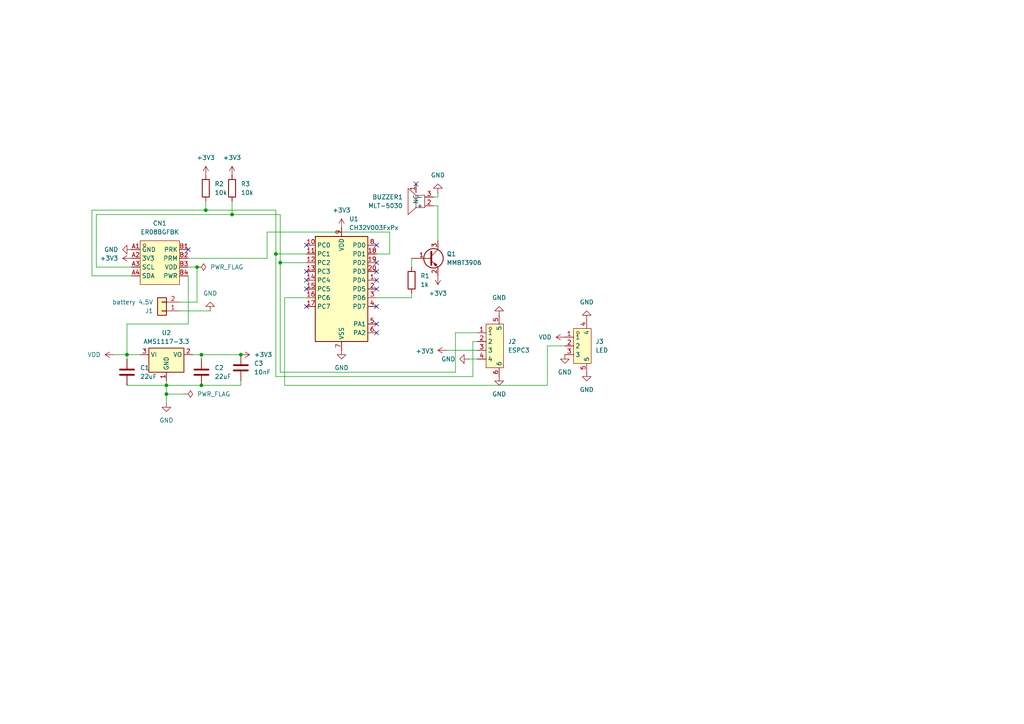
<source format=kicad_sch>
(kicad_sch (version 20231120) (generator "eeschema") (generator_version "8.0")
  (paper "A4")
  (lib_symbols
    (symbol "BSides2025:ER08BGFBK"
      (property "Reference" "CN" (at 1.27 8.89 0))
      (property "Value" "ER08BGFBK" (at 2.54 -8.89 0))
      (symbol "ER08BGFBK_0_1"
        (rectangle (start -3.81 6.35) (end 7.62 -6.35) (fill (type background)))
        (circle (center -2.54 5.08) (radius 0.38))
      )
      (symbol "ER08BGFBK_1_1"
        (pin power_in line (at -6.35 3.81 0) (length 2.54) (name "GND") (number "A1"))
        (pin power_in line (at -6.35 1.27 0) (length 2.54) (name "3V3") (number "A2"))
        (pin bidirectional line (at -6.35 -1.27 0) (length 2.54) (name "SCL") (number "A3"))
        (pin bidirectional line (at -6.35 -3.81 0) (length 2.54) (name "SDA") (number "A4"))
        (pin input line (at 10.16 3.81 180) (length 2.54) (name "PRK") (number "B1"))
        (pin bidirectional line (at 10.16 1.27 180) (length 2.54) (name "PRM") (number "B2"))
        (pin power_in line (at 10.16 -1.27 180) (length 2.54) (name "VDD") (number "B3"))
        (pin power_out line (at 10.16 -3.81 180) (length 2.54) (name "PWR") (number "B4"))
      )
    )
    (symbol "BSides2025:MLT-5030"
      (property "Reference" "BUZZER" (at 0 6.35 0))
      (property "Value" "MLT-5030" (at 0 -10.16 0))
      (symbol "MLT-5030_0_1"
        (polyline (pts (xy -1.27 -1.78) (xy 1.27 -1.78)))
        (polyline (pts (xy -1.27 1.78) (xy -1.27 -1.78)))
        (polyline (pts (xy -1.27 1.78) (xy 1.27 1.78)))
        (polyline (pts (xy 1.27 -1.78) (xy 3.56 -3.81)))
        (polyline (pts (xy 1.27 1.78) (xy 1.27 -1.78)))
        (polyline (pts (xy 3.56 3.81) (xy 1.27 1.78)))
        (polyline (pts (xy 3.56 3.81) (xy 3.56 -3.81)))
        (pin unspecified line (at 1.27 -5.08 90) (length 2.54) (name "NC") (number "1"))
        (pin unspecified line (at -3.81 1.27 0) (length 2.54) (name "+") (number "2"))
        (pin unspecified line (at -3.81 -1.27 0) (length 2.54) (name "-") (number "3"))
      )
    )
    (symbol "BSides2025:WAFER-SH1.0-3PWB"
      (property "Reference" "U" (at 0 15.24 0))
      (property "Value" "WAFER-SH1.0-3PWB" (at 0 -10.16 0))
      (symbol "WAFER-SH1.0-3PWB_0_1"
        (rectangle (start -2.54 7.62) (end 2.54 -2.54) (fill (type background)))
        (circle (center -1.27 6.35) (radius 0.38))
        (pin unspecified line (at -5.08 5.08 0) (length 2.54) (name "1") (number "1"))
        (pin unspecified line (at -5.08 2.54 0) (length 2.54) (name "2") (number "2"))
        (pin unspecified line (at -5.08 0 0) (length 2.54) (name "3") (number "3"))
        (pin unspecified line (at 1.27 10.16 270) (length 2.54) (name "4") (number "4"))
        (pin unspecified line (at 1.27 -5.08 90) (length 2.54) (name "5") (number "5"))
      )
    )
    (symbol "BSides2025:WAFER-SH1.0-4PWB"
      (property "Reference" "CN" (at 0 13.97 0))
      (property "Value" "WAFER-SH1.0-4PWB" (at 0 -13.97 0))
      (symbol "WAFER-SH1.0-4PWB_0_1"
        (rectangle (start -1.27 6.35) (end 3.81 -6.35) (fill (type background)))
        (circle (center 0 5.08) (radius 0.38))
        (pin unspecified line (at -3.81 3.81 0) (length 2.54) (name "1") (number "1"))
        (pin unspecified line (at -3.81 1.27 0) (length 2.54) (name "2") (number "2"))
        (pin unspecified line (at -3.81 -1.27 0) (length 2.54) (name "3") (number "3"))
        (pin unspecified line (at -3.81 -3.81 0) (length 2.54) (name "4") (number "4"))
        (pin unspecified line (at 2.54 8.89 270) (length 2.54) (name "5") (number "5"))
        (pin unspecified line (at 2.54 -8.89 90) (length 2.54) (name "6") (number "6"))
      )
    )
    (symbol "Connector_Generic:Conn_01x02" (pin_names (offset 1.016) hide)
      (property "Reference" "J" (at 0 2.54 0))
      (property "Value" "Conn_01x02" (at 0 -5.08 0))
      (symbol "Conn_01x02_1_1"
        (rectangle (start -1.27 -2.413) (end 0 -2.667) (stroke (width 0.1524)))
        (rectangle (start -1.27 0.127) (end 0 -0.127) (stroke (width 0.1524)))
        (rectangle (start -1.27 1.27) (end 1.27 -3.81) (stroke (width 0.254)) (fill (type background)))
        (pin passive line (at -5.08 0 0) (length 3.81) (name "Pin_1") (number "1"))
        (pin passive line (at -5.08 -2.54 0) (length 3.81) (name "Pin_2") (number "2"))
      )
    )
    (symbol "Device:C" (pin_numbers hide) (pin_names (offset 0.254))
      (property "Reference" "C" (at 0.635 2.54 0))
      (property "Value" "C" (at 0.635 -2.54 0))
      (symbol "C_0_1"
        (polyline (pts (xy -2.032 -0.762) (xy 2.032 -0.762)) (stroke (width 0.508)))
        (polyline (pts (xy -2.032 0.762) (xy 2.032 0.762)) (stroke (width 0.508)))
      )
      (symbol "C_1_1"
        (pin passive line (at 0 3.81 270) (length 2.794) (name "~") (number "1"))
        (pin passive line (at 0 -3.81 90) (length 2.794) (name "~") (number "2"))
      )
    )
    (symbol "Device:R" (pin_numbers hide) (pin_names (offset 0))
      (property "Reference" "R" (at 2.032 0 90))
      (property "Value" "R" (at 0 0 90))
      (symbol "R_0_1"
        (rectangle (start -1.016 -2.54) (end 1.016 2.54) (stroke (width 0.254)))
      )
      (symbol "R_1_1"
        (pin passive line (at 0 3.81 270) (length 1.27) (name "~") (number "1"))
        (pin passive line (at 0 -3.81 90) (length 1.27) (name "~") (number "2"))
      )
    )
    (symbol "MCU_WCH_CH32V0:CH32V003FxPx"
      (property "Reference" "U" (at -7.62 17.78 0))
      (property "Value" "CH32V003FxPx" (at 7.62 17.78 0))
      (symbol "CH32V003FxPx_1_1"
        (rectangle (start -7.62 15.24) (end 7.62 -15.24) (stroke (width 0.254)) (fill (type background)))
        (pin bidirectional line (at 10.16 2.54 180) (length 2.54) (name "PD4") (number "1"))
        (pin bidirectional line (at -10.16 12.7 0) (length 2.54) (name "PC0") (number "10"))
        (pin bidirectional line (at -10.16 10.16 0) (length 2.54) (name "PC1") (number "11"))
        (pin bidirectional line (at -10.16 7.62 0) (length 2.54) (name "PC2") (number "12"))
        (pin bidirectional line (at -10.16 5.08 0) (length 2.54) (name "PC3") (number "13"))
        (pin bidirectional line (at -10.16 2.54 0) (length 2.54) (name "PC4") (number "14"))
        (pin bidirectional line (at -10.16 0 0) (length 2.54) (name "PC5") (number "15"))
        (pin bidirectional line (at -10.16 -2.54 0) (length 2.54) (name "PC6") (number "16"))
        (pin bidirectional line (at -10.16 -5.08 0) (length 2.54) (name "PC7") (number "17"))
        (pin bidirectional line (at 10.16 10.16 180) (length 2.54) (name "PD1") (number "18"))
        (pin bidirectional line (at 10.16 7.62 180) (length 2.54) (name "PD2") (number "19"))
        (pin bidirectional line (at 10.16 0 180) (length 2.54) (name "PD5") (number "2"))
        (pin bidirectional line (at 10.16 5.08 180) (length 2.54) (name "PD3") (number "20"))
        (pin bidirectional line (at 10.16 -2.54 180) (length 2.54) (name "PD6") (number "3"))
        (pin bidirectional line (at 10.16 -5.08 180) (length 2.54) (name "PD7") (number "4"))
        (pin bidirectional line (at 10.16 -10.16 180) (length 2.54) (name "PA1") (number "5"))
        (pin bidirectional line (at 10.16 -12.7 180) (length 2.54) (name "PA2") (number "6"))
        (pin power_in line (at 0 -17.78 90) (length 2.54) (name "VSS") (number "7"))
        (pin bidirectional line (at 10.16 12.7 180) (length 2.54) (name "PD0") (number "8"))
        (pin power_in line (at 0 17.78 270) (length 2.54) (name "VDD") (number "9"))
      )
    )
    (symbol "Regulator_Linear:AMS1117-3.3"
      (property "Reference" "U" (at -3.81 3.175 0))
      (property "Value" "AMS1117-3.3" (at 0 3.175 0))
      (symbol "AMS1117-3.3_0_1"
        (rectangle (start -5.08 -5.08) (end 5.08 1.905) (stroke (width 0.254)) (fill (type background)))
      )
      (symbol "AMS1117-3.3_1_1"
        (pin power_in line (at 0 -7.62 90) (length 2.54) (name "GND") (number "1"))
        (pin power_out line (at 7.62 0 180) (length 2.54) (name "VO") (number "2"))
        (pin power_in line (at -7.62 0 0) (length 2.54) (name "VI") (number "3"))
      )
    )
    (symbol "Transistor_BJT:MMBT3906" (pin_names (offset 0) hide)
      (property "Reference" "Q" (at 5.08 1.905 0))
      (property "Value" "MMBT3906" (at 5.08 0 0))
      (symbol "MMBT3906_0_1"
        (polyline (pts (xy 0.635 0.635) (xy 2.54 2.54)))
        (polyline (pts (xy 0.635 -0.635) (xy 2.54 -2.54) (xy 2.54 -2.54)))
        (polyline (pts (xy 0.635 1.905) (xy 0.635 -1.905) (xy 0.635 -1.905)) (stroke (width 0.508)))
        (polyline (pts (xy 2.286 -1.778) (xy 1.778 -2.286) (xy 1.27 -1.27) (xy 2.286 -1.778) (xy 2.286 -1.778)) (fill (type outline)))
        (circle (center 1.27 0) (radius 2.8194) (stroke (width 0.254)))
      )
      (symbol "MMBT3906_1_1"
        (pin input line (at -5.08 0 0) (length 5.715) (name "B") (number "1"))
        (pin passive line (at 2.54 -5.08 90) (length 2.54) (name "E") (number "2"))
        (pin passive line (at 2.54 5.08 270) (length 2.54) (name "C") (number "3"))
      )
    )
    (symbol "power:+3V3" (power) (pin_numbers hide) (pin_names (offset 0) hide)
      (property "Value" "+3V3" (at 0 3.556 0))
      (symbol "+3V3_0_1"
        (polyline (pts (xy -0.762 1.27) (xy 0 2.54)))
        (polyline (pts (xy 0 0) (xy 0 2.54)))
        (polyline (pts (xy 0 2.54) (xy 0.762 1.27)))
      )
      (symbol "+3V3_1_1"
        (pin power_in line (at 0 0 90) (length 0) (name "~") (number "1"))
      )
    )
    (symbol "power:GND" (power) (pin_numbers hide) (pin_names (offset 0) hide)
      (property "Value" "GND" (at 0 -3.81 0))
      (symbol "GND_0_1"
        (polyline (pts (xy 0 0) (xy 0 -1.27) (xy 1.27 -1.27) (xy 0 -2.54) (xy -1.27 -1.27) (xy 0 -1.27)))
      )
      (symbol "GND_1_1"
        (pin power_in line (at 0 0 270) (length 0) (name "~") (number "1"))
      )
    )
    (symbol "power:PWR_FLAG" (power) (pin_numbers hide) (pin_names (offset 0) hide)
      (property "Value" "PWR_FLAG" (at 0 3.81 0))
      (symbol "PWR_FLAG_0_0"
        (pin power_out line (at 0 0 90) (length 0) (name "~") (number "1"))
      )
      (symbol "PWR_FLAG_0_1"
        (polyline (pts (xy 0 0) (xy 0 1.27) (xy -1.016 1.905) (xy 0 2.54) (xy 1.016 1.905) (xy 0 1.27)))
      )
    )
    (symbol "power:VDD" (power) (pin_numbers hide) (pin_names (offset 0) hide)
      (property "Value" "VDD" (at 0 3.556 0))
      (symbol "VDD_0_1"
        (polyline (pts (xy -0.762 1.27) (xy 0 2.54)))
        (polyline (pts (xy 0 0) (xy 0 2.54)))
        (polyline (pts (xy 0 2.54) (xy 0.762 1.27)))
      )
      (symbol "VDD_1_1"
        (pin power_in line (at 0 0 90) (length 0) (name "~") (number "1"))
      )
    )
  )
  (junction (at 81.28 76.2))
  (junction (at 58.42 102.87))
  (junction (at 69.85 102.87))
  (junction (at 48.26 114.3))
  (junction (at 67.31 62.23))
  (junction (at 58.42 111.76))
  (junction (at 36.83 102.87))
  (junction (at 48.26 111.76))
  (junction (at 57.15 77.47))
  (junction (at 59.69 60.96))
  (junction (at 80.01 73.66))
  (no_connect (at 109.22 71.12))
  (no_connect (at 88.9 88.9))
  (no_connect (at 109.22 88.9))
  (no_connect (at 88.9 71.12))
  (no_connect (at 109.22 76.2))
  (no_connect (at 109.22 78.74))
  (no_connect (at 109.22 93.98))
  (no_connect (at 109.22 96.52))
  (no_connect (at 109.22 81.28))
  (no_connect (at 54.61 72.39))
  (no_connect (at 88.9 83.82))
  (no_connect (at 120.65 53.34))
  (no_connect (at 88.9 78.74))
  (no_connect (at 109.22 83.82))
  (no_connect (at 88.9 81.28))
  (wire (pts (xy 57.15 87.63) (xy 57.15 77.47)))
  (wire (pts (xy 81.28 76.2) (xy 88.9 76.2)))
  (wire (pts (xy 54.61 74.93) (xy 77.47 74.93)))
  (wire (pts (xy 26.67 80.01) (xy 26.67 60.96)))
  (wire (pts (xy 80.01 60.96) (xy 80.01 73.66)))
  (wire (pts (xy 59.69 60.96) (xy 80.01 60.96)))
  (wire (pts (xy 27.94 77.47) (xy 27.94 62.23)))
  (wire (pts (xy 36.83 111.76) (xy 48.26 111.76)))
  (wire (pts (xy 132.08 96.52) (xy 138.43 96.52)))
  (wire (pts (xy 119.38 86.36) (xy 109.22 86.36)))
  (wire (pts (xy 36.83 102.87) (xy 36.83 104.14)))
  (wire (pts (xy 119.38 85.09) (xy 119.38 86.36)))
  (wire (pts (xy 158.75 111.76) (xy 82.55 111.76)))
  (wire (pts (xy 132.08 96.52) (xy 132.08 107.95)))
  (wire (pts (xy 125.73 59.69) (xy 127 59.69)))
  (wire (pts (xy 48.26 111.76) (xy 48.26 110.49)))
  (wire (pts (xy 82.55 86.36) (xy 88.9 86.36)))
  (wire (pts (xy 113.03 67.31) (xy 113.03 73.66)))
  (wire (pts (xy 54.61 80.01) (xy 54.61 93.98)))
  (wire (pts (xy 69.85 111.76) (xy 58.42 111.76)))
  (wire (pts (xy 82.55 111.76) (xy 82.55 86.36)))
  (wire (pts (xy 137.16 99.06) (xy 137.16 109.22)))
  (wire (pts (xy 127 57.15) (xy 127 55.88)))
  (wire (pts (xy 119.38 77.47) (xy 119.38 74.93)))
  (wire (pts (xy 59.69 58.42) (xy 59.69 60.96)))
  (wire (pts (xy 48.26 114.3) (xy 48.26 111.76)))
  (wire (pts (xy 60.96 90.17) (xy 52.07 90.17)))
  (wire (pts (xy 33.02 102.87) (xy 36.83 102.87)))
  (wire (pts (xy 132.08 107.95) (xy 81.28 107.95)))
  (wire (pts (xy 58.42 102.87) (xy 58.42 104.14)))
  (wire (pts (xy 27.94 62.23) (xy 67.31 62.23)))
  (wire (pts (xy 77.47 74.93) (xy 77.47 67.31)))
  (wire (pts (xy 48.26 114.3) (xy 53.34 114.3)))
  (wire (pts (xy 127 59.69) (xy 127 69.85)))
  (wire (pts (xy 129.54 101.6) (xy 138.43 101.6)))
  (wire (pts (xy 26.67 60.96) (xy 59.69 60.96)))
  (wire (pts (xy 77.47 67.31) (xy 113.03 67.31)))
  (wire (pts (xy 81.28 76.2) (xy 81.28 107.95)))
  (wire (pts (xy 67.31 62.23) (xy 81.28 62.23)))
  (wire (pts (xy 55.88 102.87) (xy 58.42 102.87)))
  (wire (pts (xy 38.1 77.47) (xy 27.94 77.47)))
  (wire (pts (xy 48.26 111.76) (xy 58.42 111.76)))
  (wire (pts (xy 137.16 109.22) (xy 80.01 109.22)))
  (wire (pts (xy 113.03 73.66) (xy 109.22 73.66)))
  (wire (pts (xy 158.75 100.33) (xy 158.75 111.76)))
  (wire (pts (xy 54.61 77.47) (xy 57.15 77.47)))
  (wire (pts (xy 48.26 116.84) (xy 48.26 114.3)))
  (wire (pts (xy 38.1 80.01) (xy 26.67 80.01)))
  (wire (pts (xy 81.28 62.23) (xy 81.28 76.2)))
  (wire (pts (xy 36.83 93.98) (xy 36.83 102.87)))
  (wire (pts (xy 67.31 58.42) (xy 67.31 62.23)))
  (wire (pts (xy 135.89 104.14) (xy 138.43 104.14)))
  (wire (pts (xy 80.01 73.66) (xy 80.01 109.22)))
  (wire (pts (xy 125.73 57.15) (xy 127 57.15)))
  (wire (pts (xy 69.85 102.87) (xy 58.42 102.87)))
  (wire (pts (xy 158.75 100.33) (xy 163.83 100.33)))
  (wire (pts (xy 80.01 73.66) (xy 88.9 73.66)))
  (wire (pts (xy 52.07 87.63) (xy 57.15 87.63)))
  (wire (pts (xy 40.64 102.87) (xy 36.83 102.87)))
  (wire (pts (xy 54.61 93.98) (xy 36.83 93.98)))
  (wire (pts (xy 138.43 99.06) (xy 137.16 99.06)))
  (wire (pts (xy 69.85 110.49) (xy 69.85 111.76)))
  (symbol (lib_id "MCU_WCH_CH32V0:CH32V003FxPx") (at 99.06 83.82 0) (unit 1)
    (property "Reference" "U1" (at 101.2541 63.5 0) (effects (justify left)))
    (property "Value" "CH32V003FxPx" (at 101.2541 66.04 0) (effects (justify left)))
    (property "Footprint" "Package_SO:TSSOP-20_4.4x6.5mm_P0.65mm" (effects (hide yes)))
    (property "Datasheet" "https://www.wch-ic.com/products/CH32V003.html" (effects (hide yes)))
    (property "Description" "CH32V003 series are industrial-grade general-purpose microcontrollers designed based on 32-bit RISC-V instruction set and architecture. It adopts QingKe V2A core, RV32EC instruction set, and supports 2 levels of interrupt nesting. The series are mounted with rich peripheral interfaces and function modules. Its internal organizational structure meets the low-cost and low-power embedded application scenarios." (effects (hide yes)))
  )
  (symbol (lib_id "power:GND") (at 135.89 104.14 270) (unit 1)
    (property "Reference" "#PWR03" (effects (hide yes)))
    (property "Value" "GND" (at 132.08 104.1399 90) (effects (justify right)))
    (property "Description" "Power symbol creates a global label with name \"GND\" , ground" (effects (hide yes)))
  )
  (symbol (lib_id "BSides2025:WAFER-SH1.0-3PWB") (at 168.91 102.87 0) (unit 1)
    (property "Reference" "J3" (at 172.72 99.0599 0) (effects (justify left)))
    (property "Value" "LED" (at 172.72 101.5999 0) (effects (justify left)))
    (property "Footprint" "BSides2025:CONN-SMD_3P-P1.00_WAFER-SH1.0-3PWB" (effects (hide yes)))
    (property "LCSC Part" "C3029342" (effects (hide yes)))
  )
  (symbol (lib_id "power:GND") (at 60.96 90.17 180) (unit 1)
    (property "Reference" "#PWR010" (effects (hide yes)))
    (property "Value" "GND" (at 60.96 85.09 0))
    (property "Description" "Power symbol creates a global label with name \"GND\" , ground" (effects (hide yes)))
  )
  (symbol (lib_id "power:VDD") (at 33.02 102.87 90) (unit 1)
    (property "Reference" "#PWR07" (effects (hide yes)))
    (property "Value" "VDD" (at 29.21 102.8699 90) (effects (justify left)))
    (property "Description" "Power symbol creates a global label with name \"VDD\"" (effects (hide yes)))
  )
  (symbol (lib_id "power:GND") (at 144.78 109.22 0) (unit 1)
    (property "Reference" "#PWR017" (effects (hide yes)))
    (property "Value" "GND" (at 144.78 114.3 0))
    (property "Description" "Power symbol creates a global label with name \"GND\" , ground" (effects (hide yes)))
  )
  (symbol (lib_id "power:GND") (at 163.83 102.87 0) (unit 1)
    (property "Reference" "#PWR08" (effects (hide yes)))
    (property "Value" "GND" (at 163.83 107.95 0))
    (property "Description" "Power symbol creates a global label with name \"GND\" , ground" (effects (hide yes)))
  )
  (symbol (lib_id "power:+3V3") (at 127 80.01 180) (unit 1)
    (property "Reference" "#PWR011" (effects (hide yes)))
    (property "Value" "+3V3" (at 127 85.09 0))
    (property "Description" "Power symbol creates a global label with name \"+3V3\"" (effects (hide yes)))
  )
  (symbol (lib_id "power:GND") (at 170.18 107.95 0) (unit 1)
    (property "Reference" "#PWR019" (effects (hide yes)))
    (property "Value" "GND" (at 170.18 113.03 0))
    (property "Description" "Power symbol creates a global label with name \"GND\" , ground" (effects (hide yes)))
  )
  (symbol (lib_id "power:GND") (at 127 55.88 180) (unit 1)
    (property "Reference" "#PWR014" (effects (hide yes)))
    (property "Value" "GND" (at 127 50.8 0))
    (property "Description" "Power symbol creates a global label with name \"GND\" , ground" (effects (hide yes)))
  )
  (symbol (lib_id "Device:C") (at 58.42 107.95 0) (unit 1)
    (property "Reference" "C2" (at 62.23 106.6799 0) (effects (justify left)))
    (property "Value" "22uF" (at 62.23 109.2199 0) (effects (justify left)))
    (property "Footprint" "Capacitor_SMD:C_0603_1608Metric" (effects (hide yes)))
    (property "Description" "Unpolarized capacitor" (effects (hide yes)))
  )
  (symbol (lib_id "Device:R") (at 59.69 54.61 0) (unit 1)
    (property "Reference" "R2" (at 62.23 53.3399 0) (effects (justify left)))
    (property "Value" "10k" (at 62.23 55.8799 0) (effects (justify left)))
    (property "Footprint" "BSides2025:R0603" (effects (hide yes)))
    (property "Description" "Resistor" (effects (hide yes)))
  )
  (symbol (lib_id "power:+3V3") (at 59.69 50.8 0) (unit 1)
    (property "Reference" "#PWR015" (effects (hide yes)))
    (property "Value" "+3V3" (at 59.69 45.72 0))
    (property "Description" "Power symbol creates a global label with name \"+3V3\"" (effects (hide yes)))
  )
  (symbol (lib_id "power:GND") (at 38.1 72.39 270) (unit 1)
    (property "Reference" "#PWR012" (effects (hide yes)))
    (property "Value" "GND" (at 34.29 72.3899 90) (effects (justify right)))
    (property "Description" "Power symbol creates a global label with name \"GND\" , ground" (effects (hide yes)))
  )
  (symbol (lib_id "power:+3V3") (at 99.06 66.04 0) (unit 1)
    (property "Reference" "#PWR02" (effects (hide yes)))
    (property "Value" "+3V3" (at 99.06 60.96 0))
    (property "Description" "Power symbol creates a global label with name \"+3V3\"" (effects (hide yes)))
  )
  (symbol (lib_id "power:+3V3") (at 67.31 50.8 0) (unit 1)
    (property "Reference" "#PWR016" (effects (hide yes)))
    (property "Value" "+3V3" (at 67.31 45.72 0))
    (property "Description" "Power symbol creates a global label with name \"+3V3\"" (effects (hide yes)))
  )
  (symbol (lib_id "BSides2025:ER08BGFBK") (at 44.45 76.2 0) (unit 1)
    (property "Reference" "CN1" (at 46.355 64.77 0))
    (property "Value" "ER08BGFBK" (at 46.355 67.31 0))
    (property "Footprint" "BSides2025:CONN-TH_ER08BGFBK" (effects (hide yes)))
    (property "LCSC Part" "C5173326" (effects (hide yes)))
  )
  (symbol (lib_id "power:PWR_FLAG") (at 57.15 77.47 270) (unit 1)
    (property "Reference" "#FLG02" (effects (hide yes)))
    (property "Value" "PWR_FLAG" (at 60.96 77.4699 90) (effects (justify left)))
    (property "Description" "Special symbol for telling ERC where power comes from" (effects (hide yes)))
  )
  (symbol (lib_id "BSides2025:MLT-5030") (at 121.92 58.42 180) (unit 1)
    (property "Reference" "BUZZER1" (at 116.84 57.1499 0) (effects (justify left)))
    (property "Value" "MLT-5030" (at 116.84 59.6899 0) (effects (justify left)))
    (property "Footprint" "BSides2025:BUZ-SMD_3P-L5.2-W5.2-P3.50-BR" (effects (hide yes)))
    (property "Datasheet" "https://lcsc.com/product-detail/Buzzers_MLT-5030_C95297.html" (effects (hide yes)))
    (property "LCSC Part" "C95297" (effects (hide yes)))
  )
  (symbol (lib_id "BSides2025:WAFER-SH1.0-4PWB") (at 142.24 100.33 0) (unit 1)
    (property "Reference" "J2" (at 147.32 99.0599 0) (effects (justify left)))
    (property "Value" "ESPC3" (at 147.32 101.5999 0) (effects (justify left)))
    (property "Footprint" "BSides2025:CONN-SMD_4P-P1.00_WAFER-SH1.0-4PWB" (effects (hide yes)))
    (property "Description" "Generic connector, single row, 01x04, script generated" (effects (hide yes)))
    (property "LCSC Part" "C3029343" (effects (hide yes)))
  )
  (symbol (lib_id "Device:C") (at 69.85 106.68 0) (unit 1)
    (property "Reference" "C3" (at 73.66 105.4099 0) (effects (justify left)))
    (property "Value" "10nF" (at 73.66 107.9499 0) (effects (justify left)))
    (property "Footprint" "Capacitor_SMD:C_0603_1608Metric" (effects (hide yes)))
    (property "Description" "Unpolarized capacitor" (effects (hide yes)))
  )
  (symbol (lib_id "power:GND") (at 170.18 92.71 180) (unit 1)
    (property "Reference" "#PWR020" (effects (hide yes)))
    (property "Value" "GND" (at 170.18 87.63 0))
    (property "Description" "Power symbol creates a global label with name \"GND\" , ground" (effects (hide yes)))
  )
  (symbol (lib_id "Connector_Generic:Conn_01x02") (at 46.99 90.17 180) (unit 1)
    (property "Reference" "J1" (at 44.45 90.1701 0) (effects (justify left)))
    (property "Value" "battery 4.5V" (at 44.45 87.6301 0) (effects (justify left)))
    (property "Footprint" "Connector_Wire:SolderWire-0.1sqmm_1x02_P3.6mm_D0.4mm_OD1mm" (effects (hide yes)))
    (property "Description" "Generic connector, single row, 01x02, script generated (kicad-library-utils/schlib/autogen/connector/)" (effects (hide yes)))
  )
  (symbol (lib_id "Device:R") (at 119.38 81.28 0) (unit 1)
    (property "Reference" "R1" (at 121.92 80.0099 0) (effects (justify left)))
    (property "Value" "1k" (at 121.92 82.5499 0) (effects (justify left)))
    (property "Footprint" "BSides2025:R0603" (effects (hide yes)))
    (property "Description" "Resistor" (effects (hide yes)))
  )
  (symbol (lib_id "Device:R") (at 67.31 54.61 0) (unit 1)
    (property "Reference" "R3" (at 69.85 53.3399 0) (effects (justify left)))
    (property "Value" "10k" (at 69.85 55.8799 0) (effects (justify left)))
    (property "Footprint" "BSides2025:R0603" (effects (hide yes)))
    (property "Description" "Resistor" (effects (hide yes)))
  )
  (symbol (lib_id "power:GND") (at 99.06 101.6 0) (unit 1)
    (property "Reference" "#PWR01" (effects (hide yes)))
    (property "Value" "GND" (at 99.06 106.68 0))
    (property "Description" "Power symbol creates a global label with name \"GND\" , ground" (effects (hide yes)))
  )
  (symbol (lib_id "power:PWR_FLAG") (at 53.34 114.3 270) (unit 1)
    (property "Reference" "#FLG01" (effects (hide yes)))
    (property "Value" "PWR_FLAG" (at 57.15 114.2999 90) (effects (justify left)))
    (property "Description" "Special symbol for telling ERC where power comes from" (effects (hide yes)))
  )
  (symbol (lib_id "Regulator_Linear:AMS1117-3.3") (at 48.26 102.87 0) (unit 1)
    (property "Reference" "U2" (at 48.26 96.52 0))
    (property "Value" "AMS1117-3.3" (at 48.26 99.06 0))
    (property "Footprint" "Package_TO_SOT_SMD:SOT-223-3_TabPin2" (effects (hide yes)))
    (property "Datasheet" "http://www.advanced-monolithic.com/pdf/ds1117.pdf" (effects (hide yes)))
    (property "Description" "1A Low Dropout regulator, positive, 3.3V fixed output, SOT-223" (effects (hide yes)))
  )
  (symbol (lib_id "power:+3V3") (at 129.54 101.6 90) (unit 1)
    (property "Reference" "#PWR04" (effects (hide yes)))
    (property "Value" "+3V3" (at 123.19 101.854 90))
    (property "Description" "Power symbol creates a global label with name \"+3V3\"" (effects (hide yes)))
  )
  (symbol (lib_id "power:GND") (at 144.78 91.44 180) (unit 1)
    (property "Reference" "#PWR018" (effects (hide yes)))
    (property "Value" "GND" (at 144.78 86.36 0))
    (property "Description" "Power symbol creates a global label with name \"GND\" , ground" (effects (hide yes)))
  )
  (symbol (lib_id "Device:C") (at 36.83 107.95 0) (unit 1)
    (property "Reference" "C1" (at 40.64 106.6799 0) (effects (justify left)))
    (property "Value" "22uF" (at 40.64 109.2199 0) (effects (justify left)))
    (property "Footprint" "Capacitor_SMD:C_0603_1608Metric" (effects (hide yes)))
    (property "Description" "Unpolarized capacitor" (effects (hide yes)))
  )
  (symbol (lib_id "power:+3V3") (at 69.85 102.87 270) (unit 1)
    (property "Reference" "#PWR06" (effects (hide yes)))
    (property "Value" "+3V3" (at 73.66 102.8699 90) (effects (justify left)))
    (property "Description" "Power symbol creates a global label with name \"+3V3\"" (effects (hide yes)))
  )
  (symbol (lib_id "power:VDD") (at 163.83 97.79 90) (unit 1)
    (property "Reference" "#PWR09" (effects (hide yes)))
    (property "Value" "VDD" (at 160.02 97.7899 90) (effects (justify left)))
    (property "Description" "Power symbol creates a global label with name \"VDD\"" (effects (hide yes)))
  )
  (symbol (lib_id "Transistor_BJT:MMBT3906") (at 124.46 74.93 0) (unit 1)
    (property "Reference" "Q1" (at 129.54 73.6599 0) (effects (justify left)))
    (property "Value" "MMBT3906" (at 129.54 76.1999 0) (effects (justify left)))
    (property "Footprint" "Package_TO_SOT_SMD:SOT-23" (effects (hide yes)))
    (property "Datasheet" "https://www.onsemi.com/pdf/datasheet/pzt3906-d.pdf" (effects (hide yes)))
    (property "Description" "-0.2A Ic, -40V Vce, Small Signal PNP Transistor, SOT-23" (effects (hide yes)))
  )
  (symbol (lib_id "power:GND") (at 48.26 116.84 0) (unit 1)
    (property "Reference" "#PWR05" (effects (hide yes)))
    (property "Value" "GND" (at 48.26 121.92 0))
    (property "Description" "Power symbol creates a global label with name \"GND\" , ground" (effects (hide yes)))
  )
  (symbol (lib_id "power:+3V3") (at 38.1 74.93 90) (unit 1)
    (property "Reference" "#PWR013" (effects (hide yes)))
    (property "Value" "+3V3" (at 34.29 74.9299 90) (effects (justify left)))
    (property "Description" "Power symbol creates a global label with name \"+3V3\"" (effects (hide yes)))
  )
)
</source>
